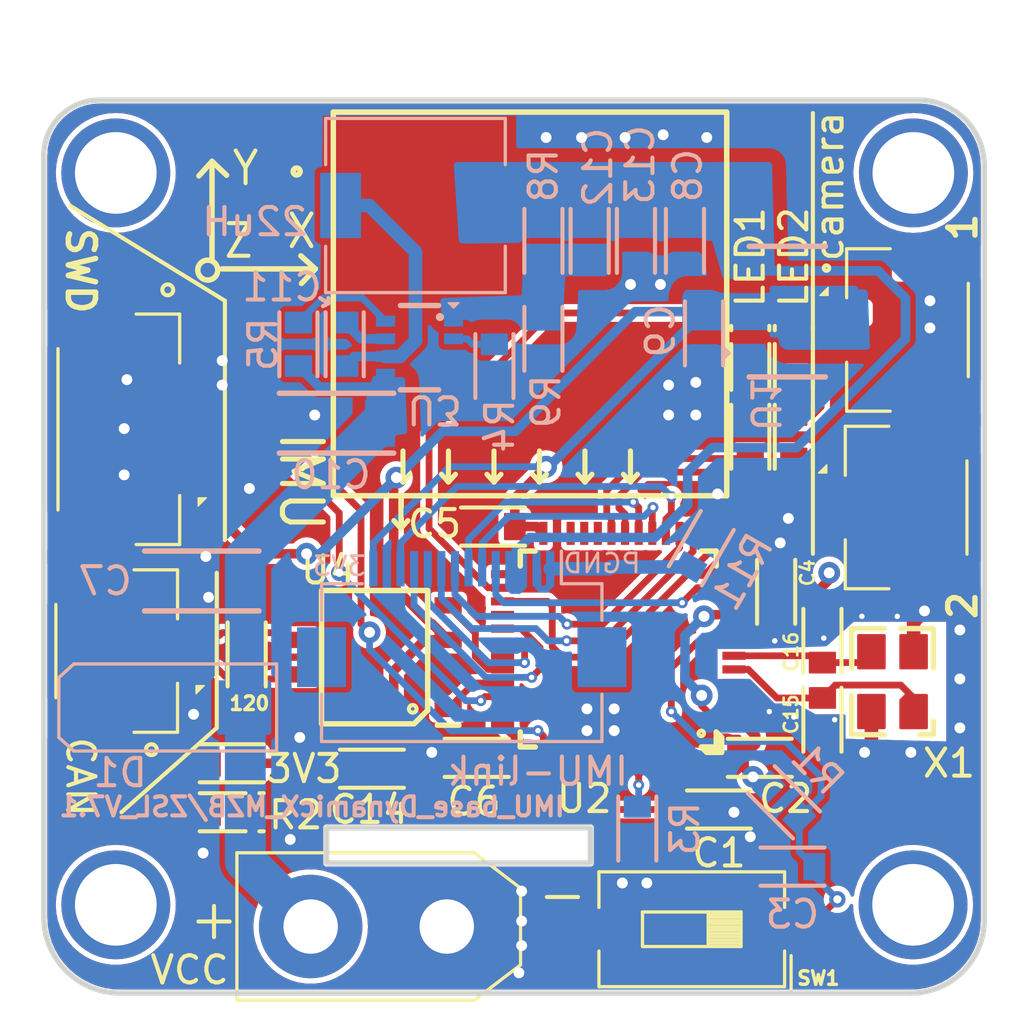
<source format=kicad_pcb>
(kicad_pcb (version 20211014) (generator pcbnew)
  (layers (0 "F.Cu" signal) (31 "B.Cu" signal) (34 "B.Paste" user) (35 "F.Paste" user) (36 "B.SilkS" user "B.Silkscreen") (37 "F.SilkS" user "F.Silkscreen") (38 "B.Mask" user) (39 "F.Mask" user) (44 "Edge.Cuts" user))
  (net 0 "")
  (net 1 "+3V3")
  (net 2 "GND")
  (net 3 "/RESET")
  (net 4 "+5V")
  (net 5 "+24V")
  (net 6 "Net-(C11-Pad1)")
  (net 7 "Net-(C11-Pad2)")
  (net 8 "Net-(C12-Pad1)")
  (net 9 "/XTAL0")
  (net 10 "/XTAL1")
  (net 11 "Net-(D2-Pad2)")
  (net 12 "Net-(D3-Pad2)")
  (net 13 "Net-(D4-Pad2)")
  (net 14 "/SWDIO")
  (net 15 "/SWCLK")
  (net 16 "Net-(J3-Pad1)")
  (net 17 "Net-(J4-Pad1)")
  (net 18 "GNDPWR")
  (net 19 "/TIM10_CH1")
  (net 20 "/SPI1_MISO")
  (net 21 "/SPI1_MOSI")
  (net 22 "/INT1_Gyro")
  (net 23 "/INT1_Acce1")
  (net 24 "/CS1_Gyro")
  (net 25 "/CS1_Acce1")
  (net 26 "/SPI1_CLK")
  (net 27 "/CAN_H")
  (net 28 "/CAN_L")
  (net 29 "/BOOT0")
  (net 30 "Net-(R4-Pad2)")
  (net 31 "Net-(R5-Pad2)")
  (net 32 "/LED1")
  (net 44 "/CAN0_RX")
  (net 45 "/CAN0_TX")
  (footprint "GENERAL_RCL_SMD:C0603(1608M)" (layer "F.Cu") (at 179.05 92.6 90)
    (fp_text reference "C15")
    (fp_text value "18pF")
  )
  (footprint "GENERAL_2-PIN_PLASTIC_SMD:LED0603(1608M)" (layer "F.Cu") (at 176.4 79.3 -90)
    (fp_text reference "LED2")
    (fp_text value "蓝灯")
  )
  (footprint "CONNECTOR_GH_SMD:GH1.25_V_2" (layer "F.Cu") (at 181.8 78.275 -90)
    (fp_text reference "J3" hide)
    (fp_text value "Conn_01x02")
  )
  (footprint "GENERAL_RCL_SMD:C0603(1608M)" (layer "F.Cu") (at 176.75 94)
    (fp_text reference "C2")
    (fp_text value "104")
  )
  (footprint "Button_Switch_SMD:SW_DIP_SPSTx01_Slide_6.7x4.1mm_W8.61mm_P2.54mm_LowProfile" (layer "F.Cu") (at 174.25 100.3 180)
    (fp_text reference "SW1")
    (fp_text value "SW_DIP_x01")
  )
  (footprint "GENERAL_RCL_SMD:R0603(1608M)" (layer "F.Cu") (at 176.4 82.2 -90)
    (fp_text reference "R7" hide)
    (fp_text value "1K")
  )
  (footprint "GENERAL_RCL_SMD:C0603(1608M)" (layer "F.Cu") (at 175.25 95.9)
    (fp_text reference "C1")
    (fp_text value "104")
  )
  (footprint "CONNECTOR_AMASS_THT:AMASS_XT30U-M_1x02_P5.0mm_Vertical" (layer "F.Cu") (at 165.25 100.2 180)
    (fp_text reference "VCC")
    (fp_text value "Conn_01x02")
  )
  (footprint "GENERAL_RCL_SMD:C0603(1608M)" (layer "F.Cu") (at 166.95 85.5 180)
    (fp_text reference "C5")
    (fp_text value "104")
  )
  (footprint "GENERAL_2-PIN_PLASTIC_SMD:LED0603(1608M)" (layer "F.Cu") (at 157.35 96 180)
    (fp_text reference "3V3")
    (fp_text value "红灯")
  )
  (footprint "GENERAL_XTAL_OSC_SMD:SMD-3225_4" (layer "F.Cu") (at 181.625 91.2 90)
    (fp_text reference "X1")
    (fp_text value "Xtal-4")
  )
  (footprint "GENERAL_RCL_SMD:R0603(1608M)" (layer "F.Cu") (at 157.9 90.2 -90)
    (fp_text reference "120")
    (fp_text value "120R")
  )
  (footprint "GENERAL_RCL_SMD:C0603(1608M)" (layer "F.Cu") (at 177.35 87.9 90)
    (fp_text reference "C4")
    (fp_text value "104")
  )
  (footprint "CONNECTOR_GH_SMD:GH1.25_V_2" (layer "F.Cu") (at 181.75 84.8 -90)
    (fp_text reference "J4" hide)
    (fp_text value "Conn_01x02")
  )
  (footprint "GENERAL_RCL_SMD:R0603(1608M)" (layer "F.Cu") (at 157.35 94.2)
    (fp_text reference "R2")
    (fp_text value "1K")
  )
  (footprint "CONNECTOR_GH_SMD:GH1.25_V_2" (layer "F.Cu") (at 153.5 90.075 90)
    (fp_text reference "J6" hide)
    (fp_text value "Conn_01x02")
  )
  (footprint "GENERAL_MIDDLE-SEMI_SMD:SOP-3949_8" (layer "F.Cu") (at 162.6 90.3 180)
    (fp_text reference "U4")
    (fp_text value "VP230")
  )
  (footprint "GENERAL_RCL_SMD:C0603(1608M)" (layer "F.Cu") (at 166.35 94 180)
    (fp_text reference "C6")
    (fp_text value "104")
  )
  (footprint "GENERAL_RCL_SMD:C0603(1608M)" (layer "F.Cu") (at 162.5 94.4)
    (fp_text reference "C14")
    (fp_text value "10nF")
  )
  (footprint "GENERAL_2-PIN_PLASTIC_SMD:LED0603(1608M)" (layer "F.Cu") (at 178 79.3 -90)
    (fp_text reference "LED1")
    (fp_text value "绿灯")
  )
  (footprint "GENERAL_RCL_SMD:R0603(1608M)" (layer "F.Cu") (at 178 82.2 -90)
    (fp_text reference "R6" hide)
    (fp_text value "1K")
  )
  (footprint "GENERAL_RCL_SMD:C0603(1608M)" (layer "F.Cu") (at 179.05 89.7 -90)
    (fp_text reference "C16")
    (fp_text value "18pF")
  )
  (footprint "GENERAL_MIDDLE-SEMI_SMD:QFP-7070_48" (layer "F.Cu") (at 171.55 90 180)
    (fp_text reference "U2")
    (fp_text value "STM32F103C8Tx")
  )
  (footprint "CONNECTOR_GH_SMD:GH1.25_V_4" (layer "F.Cu") (at 153.75 81.925 90)
    (fp_text reference "J1" hide)
    (fp_text value "Conn_01x04")
  )
  (footprint "GENERAL_RCL_SMD:C1206(3216M)" (layer "B.Cu") (at 156.25 87.5 180)
    (fp_text reference "C7")
    (fp_text value "22uF/1206/35V")
  )
  (footprint "GENERAL_RCL_SMD:R0603(1608M)" (layer "B.Cu") (at 174.6 86.29282 -120)
    (fp_text reference "R11")
    (fp_text value "0R")
  )
  (footprint "GENERAL_RCL_SMD:R0603(1608M)" (layer "B.Cu") (at 167 79.6 90)
    (fp_text reference "R4")
    (fp_text value "100k")
  )
  (footprint "GENERAL_RCL_SMD:C0603(1608M)" (layer "B.Cu") (at 177.95 98 180)
    (fp_text reference "C3")
    (fp_text value "104")
  )
  (footprint "GENERAL_RCL_SMD:C0603(1608M)" (layer "B.Cu") (at 174 75 90)
    (fp_text reference "C8")
    (fp_text value "10uF")
  )
  (footprint "GENERAL_RCL_SMD:R0603(1608M)" (layer "B.Cu") (at 172.25 96.6 -90)
    (fp_text reference "R3")
    (fp_text value "1K")
  )
  (footprint "GENERAL_RCL_SMD:R0603(1608M)" (layer "B.Cu") (at 168.8 78.6 90)
    (fp_text reference "R9")
    (fp_text value "20.5k")
  )
  (footprint "GENERAL_RCL_SMD:C0603(1608M)" (layer "B.Cu") (at 172.2 75 90)
    (fp_text reference "C13")
    (fp_text value "22uF")
  )
  (footprint "GENERAL_SMALL-SEMI_SMD:SOT-89" (layer "B.Cu") (at 178.3587 77.6 90)
    (fp_text reference "U1")
    (fp_text value "AMS1117")
  )
  (footprint "Connector_FFC-FPC:Hirose_FH12-14S-0.5SH_1x14-1MP_P0.50mm_Horizontal" (layer "B.Cu") (at 165.8 88.9 180)
    (fp_text reference "J5" hide)
    (fp_text value "Conn_01x14")
  )
  (footprint "GENERAL_RCL_SMD:C0603(1608M)" (layer "B.Cu") (at 170.5 75 90)
    (fp_text reference "C12")
    (fp_text value "10nF")
  )
  (footprint "GENERAL_RCL_SMD:R0603(1608M)" (layer "B.Cu") (at 168.8 75 -90)
    (fp_text reference "R8")
    (fp_text value "150k")
  )
  (footprint "MY:Suppresses_transient_diodes_IMU" (layer "B.Cu") (at 155 92.15 180)
    (fp_text reference "D1")
    (fp_text value "Diode_TVS_Bi")
  )
  (footprint "GENERAL_RCL_SMD:C0603(1608M)" (layer "B.Cu") (at 174.7 78.4 90)
    (fp_text reference "C9")
    (fp_text value "10uF")
  )
  (footprint "GENERAL_RCL_SMD:R0603(1608M)" (layer "B.Cu") (at 159.8 78.8 90)
    (fp_text reference "R5")
    (fp_text value "100k")
  )
  (footprint "GENERAL_RCL_SMD:C0603(1608M)" (layer "B.Cu") (at 161.5 78.8 -90)
    (fp_text reference "C11")
    (fp_text value "10nF")
  )
  (footprint "Inductor_SMD:L_6.3x6.3_H3" (layer "B.Cu") (at 164.1 73.7)
    (fp_text reference "22uH")
    (fp_text value "22uH")
  )
  (footprint "GENERAL_RCL_SMD:R0603(1608M)" (layer "B.Cu") (at 177.634315 95.634315 -45)
    (fp_text reference "R1")
    (fp_text value "1K")
  )
  (footprint "GENERAL_SMALL-SEMI_SMD:SOT-23-8" (layer "B.Cu") (at 164.25 78.925)
    (fp_text reference "U3")
    (fp_text value "SY8303")
  )
  (footprint "GENERAL_RCL_SMD:C1206(3216M)" (layer "B.Cu") (at 161.2 81.7)
    (fp_text reference "C10")
    (fp_text value "4.7uF/1206/35V")
  )
  (gr_line (start 160.9 77.3) (end 160.9 77.1) (layer "B.SilkS") (width 0.15))
  (gr_circle (center 165 77.8) (end 165 77.8) (layer "B.SilkS") (width 0.15) (fill none))
  (gr_line (start 160.7 77.4) (end 160.9 77.3) (layer "B.SilkS") (width 0.15))
  (gr_line (start 160.6 77.1) (end 160.9 77.3) (layer "B.SilkS") (width 0.15))
  (gr_circle (center 154.4 93.7) (end 154.4 93.9) (layer "F.SilkS") (width 0.15) (fill none))
  (gr_circle (center 174.6 93.1) (end 174.7 93.1) (layer "F.SilkS") (width 0.15) (fill none))
  (gr_line (start 156.8 87.2) (end 156.8 92.9) (layer "F.SilkS") (width 0.15))
  (gr_line (start 161.0818 70.266197) (end 175.5344 70.266197) (layer "F.SilkS") (width 0.2))
  (gr_arc (start 156.103799 76.074321) (mid 156.470123 75.707997) (end 156.836447 76.074321) (layer "F.SilkS") (width 0.2))
  (gr_line (start 178.7 78.125) (end 178.7 70.3) (layer "F.SilkS") (width 0.15))
  (gr_line (start 156.143598 72.61164) (end 156.626198 72.07824) (layer "F.SilkS") (width 0.2))
  (gr_line (start 157.1 77.2) (end 157.1 86) (layer "F.SilkS") (width 0.15))
  (gr_line (start 159.888122 75.547321) (end 160.421522 76.029921) (layer "F.SilkS") (width 0.2))
  (gr_arc (start 159.6086 72.450594) (mid 159.7356 72.323594) (end 159.8626 72.450594) (layer "F.SilkS") (width 0.2))
  (gr_line (start 161.0818 84.367733) (end 161.0818 70.266197) (layer "F.SilkS") (width 0.2))
  (gr_circle (center 164 92.2) (end 164.1 92.1) (layer "F.SilkS") (width 0.15) (fill none))
  (gr_line (start 159.913522 76.563319) (end 160.421522 76.029921) (layer "F.SilkS") (width 0.2))
  (gr_line (start 175.5344 84.367733) (end 175.5344 70.266197) (layer "F.SilkS") (width 0.2))
  (gr_arc (start 156.836447 76.074321) (mid 156.470123 76.440645) (end 156.103799 76.074321) (layer "F.SilkS") (width 0.2))
  (gr_circle (center 155 76.8) (end 155 77) (layer "F.SilkS") (width 0.15) (fill none))
  (gr_line (start 151.4 73.7) (end 157.1 77.2) (layer "F.SilkS") (width 0.15))
  (gr_arc (start 159.8626 72.450594) (mid 159.7356 72.577594) (end 159.6086 72.450594) (layer "F.SilkS") (width 0.2))
  (gr_line (start 156.626198 75.663597) (end 156.626198 72.07824) (layer "F.SilkS") (width 0.2))
  (gr_line (start 156.992522 76.029921) (end 160.421522 76.029921) (layer "F.SilkS") (width 0.2))
  (gr_line (start 156.8 92.9) (end 153.3 96) (layer "F.SilkS") (width 0.15))
  (gr_circle (center 179.2 76) (end 179.3 76) (layer "F.SilkS") (width 0.15) (fill none))
  (gr_line (start 156.626198 72.07824) (end 157.159596 72.58624) (layer "F.SilkS") (width 0.2))
  (gr_line (start 161.0818 84.367733) (end 175.5344 84.367733) (layer "F.SilkS") (width 0.2))
  (gr_line (start 178.7 86.5) (end 178.7 78.125) (layer "F.SilkS") (width 0.15))
  (gr_arc (start 184.994 99.9508) (mid 184.205414 101.854614) (end 182.3016 102.6432) (layer "Edge.Cuts") (width 0.2))
  (gr_arc (start 182.581 69.826397) (mid 184.287249 70.533148) (end 184.994 72.239397) (layer "Edge.Cuts") (width 0.2))
  (gr_line (start 150.45 99.9) (end 150.45 71.8584) (layer "Edge.Cuts") (width 0.2))
  (gr_line (start 184.994 99.9508) (end 184.994 72.239397) (layer "Edge.Cuts") (width 0.2))
  (gr_line (start 160.8386 96.5726) (end 160.8386 97.868) (layer "Edge.Cuts") (width 0.2))
  (gr_arc (start 150.45 71.8584) (mid 151.045158 70.421557) (end 152.482 69.826397) (layer "Edge.Cuts") (width 0.2))
  (gr_line (start 170.5287 97.868) (end 170.5287 96.5726) (layer "Edge.Cuts") (width 0.2))
  (gr_line (start 152.482 69.8264) (end 182.581 69.8264) (layer "Edge.Cuts") (width 0.2))
  (gr_line (start 170.5287 96.5726) (end 160.8386 96.5726) (layer "Edge.Cuts") (width 0.2))
  (gr_line (start 160.8386 97.868) (end 170.5287 97.868) (layer "Edge.Cuts") (width 0.2))
  (gr_arc (start 153.2948 102.643194) (mid 151.304266 101.860774) (end 150.45 99.9) (layer "Edge.Cuts") (width 0.2))
  (gr_line (start 153.2948 102.643197) (end 182.3016 102.6432) (layer "Edge.Cuts") (width 0.2))
  (gr_text "IMU_base_DynamicX_MZB/ZSL_V7.1" (at 160.3 95.8) (layer "B.SilkS") (effects (font (size 0.7 0.7)) (justify mirror)))
  (gr_text "PGND" (at 170.95 86.85) (layer "B.SilkS") (effects (font (size 0.7 0.7) (thickness 0.1)) (justify mirror)))
  (gr_text "3V3" (at 161.3 86.95) (layer "B.SilkS") (effects (font (size 0.7 0.7) (thickness 0.1)) (justify mirror)))
  (gr_text "IMU-link" (at 168.6 94.5) (layer "B.SilkS") (effects (font (size 1 1)) (justify mirror)))
  (gr_text "CAN" (at 151.8 94.7 270) (layer "F.SilkS") (effects (font (size 1 1))))
  (gr_text "↓" (at 162.6058 85.760197) (layer "F.SilkS") (effects (font (size 1.499999 1.349999) (thickness 0.187499)) (justify left bottom)))
  (gr_text "X" (at 159.3038 75.346197) (layer "F.SilkS") (effects (font (size 1.2 1.08)) (justify left bottom)))
  (gr_text "Z" (at 156.9924 75.701797) (layer "F.SilkS") (effects (font (size 1.2 1.08)) (justify left bottom)))
  (gr_text "SWD" (at 151.8 76.1 270) (layer "F.SilkS") (effects (font (size 1 1) (thickness 0.2))))
  (gr_text "camera" (at 179.3 73 90) (layer "F.SilkS") (effects (font (size 1 1))))
  (gr_text "IMU" (at 159.021522 81.929921 270) (layer "F.SilkS") (effects (font (size 1.499999 1.349999) (thickness 0.187499)) (justify left bottom)))
  (gr_text "↓↓↓↓↓↓" (at 162.682 84.058397) (layer "F.SilkS") (effects (font (size 1.499999 1.349999) (thickness 0.187499)) (justify left bottom)))
  (gr_text "Y" (at 157.29609 73.034797) (layer "F.SilkS") (effects (font (size 1.2 1.08)) (justify left bottom)))
  (gr_text "1" (at 184.2 74.5 90) (layer "F.SilkS") (effects (font (size 1 1) (thickness 0.2))))
  (gr_text "2" (at 184.2 88.4 90) (layer "F.SilkS") (effects (font (size 1 1) (thickness 0.2))))
  (segment (start 175.564491 83.5) (end 175.789011 83.72452) (width 0.25) (layer "F.Cu") (net 0))
  (segment (start 172.458228 83.5) (end 175.564491 83.5) (width 0.25) (layer "F.Cu") (net 0))
  (segment (start 171.8 85.041772) (end 171.575489 84.817261) (width 0.25) (layer "F.Cu") (net 0))
  (segment (start 171.8 85.75) (end 171.8 85.041772) (width 0.25) (layer "F.Cu") (net 0))
  (segment (start 177.27548 83.72452) (end 178 83) (width 0.25) (layer "F.Cu") (net 0))
  (segment (start 175.789011 83.72452) (end 177.27548 83.72452) (width 0.25) (layer "F.Cu") (net 0))
  (segment (start 171.575489 84.817261) (end 171.575489 84.382739) (width 0.25) (layer "F.Cu") (net 0))
  (segment (start 171.575489 84.382739) (end 172.458228 83.5) (width 0.25) (layer "F.Cu") (net 0))
  (via (at 153.0916 99.402603) (size 4) (drill 3) (layers "F.Cu" "B.Cu") (net 0))
  (via (at 182.3816 99.402603) (size 4) (drill 3) (layers "F.Cu" "B.Cu") (net 0))
  (via (at 182.3916 72.502603) (size 4) (drill 3) (layers "F.Cu" "B.Cu") (net 0))
  (via (at 153.0916 72.502603) (size 4) (drill 3) (layers "F.Cu" "B.Cu") (net 0))
  (segment (start 178.75 88) (end 178.05 88) (width 0.35) (layer "F.Cu") (net 1))
  (segment (start 179.3 87.45) (end 178.75 88) (width 0.35) (layer "F.Cu") (net 1))
  (segment (start 176.45 88.75) (end 176.6 88.9) (width 0.25) (layer "F.Cu") (net 1))
  (segment (start 175.8 88.75) (end 175.223158 88.75) (width 0.25) (layer "F.Cu") (net 1))
  (segment (start 160.493781 94.2) (end 163.3 91.393781) (width 0.35) (layer "F.Cu") (net 1))
  (segment (start 167.9 93.8) (end 167.9 93.35) (width 0.35) (layer "F.Cu") (net 1))
  (segment (start 167.75 85.5) (end 167.75 84.45) (width 0.35) (layer "F.Cu") (net 1))
  (segment (start 174.32452 94.22548) (end 174.32452 95.77452) (width 0.35) (layer "F.Cu") (net 1))
  (segment (start 168.77548 85.72548) (end 168.77548 85.75) (width 0.35) (layer "F.Cu") (net 1))
  (segment (start 175.8 88.75) (end 176.45 88.75) (width 0.25) (layer "F.Cu") (net 1))
  (segment (start 167.7 94) (end 167.9 93.8) (width 0.35) (layer "F.Cu") (net 1))
  (segment (start 167.75 84.45) (end 168.9 83.3) (width 0.35) (layer "F.Cu") (net 1))
  (segment (start 163.3 91.3) (end 163.3 94.4) (width 0.35) (layer "F.Cu") (net 1))
  (segment (start 163.3 91.3) (end 163.3 90.8) (width 0.35) (layer "F.Cu") (net 1))
  (segment (start 164.70452 89.06952) (end 164.662443 89.06952) (width 0.35) (layer "F.Cu") (net 1))
  (segment (start 176.1 94) (end 176.6 93.5) (width 0.35) (layer "F.Cu") (net 1))
  (segment (start 176.6 93.5) (end 176.6 93.2) (width 0.35) (layer "F.Cu") (net 1))
  (segment (start 165.3 89.665) (end 164.70452 89.06952) (width 0.35) (layer "F.Cu") (net 1))
  (segment (start 166.32548 94.82452) (end 167.15 94) (width 0.25) (layer "F.Cu") (net 1))
  (segment (start 167.75 85.5) (end 168.55 85.5) (width 0.35) (layer "F.Cu") (net 1))
  (segment (start 174.32452 95.77452) (end 174.45 95.9) (width 0.35) (layer "F.Cu") (net 1))
  (segment (start 179.3 87.2) (end 179.3 87.45) (width 0.35) (layer "F.Cu") (net 1))
  (segment (start 164.662443 89.06952) (end 163.3 87.707077) (width 0.35) (layer "F.Cu") (net 1))
  (segment (start 167.15 94) (end 167.7 94) (width 0.35) (layer "F.Cu") (net 1))
  (segment (start 164.435 89.665) (end 165.3 89.665) (width 0.35) (layer "F.Cu") (net 1))
  (segment (start 174.7 88.8) (end 174.759511 88.740489) (width 0.35) (layer "F.Cu") (net 1))
  (segment (start 176.6 88.9) (end 177.15 88.9) (width 0.25) (layer "F.Cu") (net 1))
  (segment (start 163.3 90.8) (end 164.435 89.665) (width 0.35) (layer "F.Cu") (net 1))
  (segment (start 163.3 91.393781) (end 163.3 91.3) (width 0.35) (layer "F.Cu") (net 1))
  (segment (start 158.228 86.5) (end 160.2 86.5) (width 0.35) (layer "F.Cu") (net 1))
  (segment (start 167.32452 92.77452) (end 167.3 92.77452) (width 0.35) (layer "F.Cu") (net 1))
  (segment (start 167.9 93.35) (end 167.32452 92.77452) (width 0.35) (layer "F.Cu") (net 1))
  (segment (start 176.17452 92.77452) (end 175.8 92.77452) (width 0.35) (layer "F.Cu") (net 1))
  (segment (start 175.274847 92.75) (end 175.8 92.75) (width 0.25) (layer "F.Cu") (net 1))
  (segment (start 176.5 94.7) (end 175.95 94.15) (width 0.35) (layer "F.Cu") (net 1))
  (segment (start 167.15 94) (end 169.05 95.9) (width 0.25) (layer "F.Cu") (net 1))
  (segment (start 174.614068 91.708441) (end 174.614068 92.089221) (width 0.25) (layer "F.Cu") (net 1))
  (segment (start 163.3 87.707077) (end 163.3 83.8) (width 0.35) (layer "F.Cu") (net 1))
  (segment (start 175.95 94.4) (end 174.45 95.9) (width 0.35) (layer "F.Cu") (net 1))
  (segment (start 175.223158 88.75) (end 175.213647 88.740489) (width 0.25) (layer "F.Cu") (net 1))
  (segment (start 174.614068 92.089221) (end 175.274847 92.75) (width 0.25) (layer "F.Cu") (net 1))
  (segment (start 163.3 94.4) (end 163.72452 94.82452) (width 0.25) (layer "F.Cu") (net 1))
  (segment (start 158.15 94.2) (end 160.493781 94.2) (width 0.35) (layer "F.Cu") (net 1))
  (segment (start 168.55 85.5) (end 168.77548 85.72548) (width 0.35) (layer "F.Cu") (net 1))
  (segment (start 175.95 94.15) (end 175.95 94) (width 0.35) (layer "F.Cu") (net 1))
  (segment (start 163.72452 94.82452) (end 166.32548 94.82452) (width 0.25) (layer "F.Cu") (net 1))
  (segment (start 176.6 93.2) (end 176.17452 92.77452) (width 0.35) (layer "F.Cu") (net 1))
  (segment (start 174.759511 88.740489) (end 175.213647 88.740489) (width 0.35) (layer "F.Cu") (net 1))
  (segment (start 178.05 88) (end 177.35 88.7) (width 0.35) (layer "F.Cu") (net 1))
  (segment (start 169.05 95.9) (end 174.45 95.9) (width 0.25) (layer "F.Cu") (net 1))
  (segment (start 175.95 94) (end 175.95 94.4) (width 0.35) (layer "F.Cu") (net 1))
  (segment (start 155.528 83.8) (end 158.228 86.5) (width 0.35) (layer "F.Cu") (net 1))
  (segment (start 177.15 88.9) (end 177.35 88.7) (width 0.25) (layer "F.Cu") (net 1))
  (segment (start 175.95 94) (end 176.1 94) (width 0.35) (layer "F.Cu") (net 1))
  (via (at 168.9 83.3) (size 0.8) (drill 0.4) (layers "F.Cu" "B.Cu") (net 1))
  (via (at 174.7 88.8) (size 0.8) (drill 0.4) (layers "F.Cu" "B.Cu") (net 1))
  (via (at 176.5 94.7) (size 0.8) (drill 0.4) (layers "F.Cu" "B.Cu") (net 1))
  (via (at 174.614068 91.708441) (size 0.8) (drill 0.4) (layers "F.Cu" "B.Cu") (net 1))
  (via (at 179.3 87.2) (size 0.8) (drill 0.4) (layers "F.Cu" "B.Cu") (net 1))
  (via (at 160.1 86.5) (size 0.8) (drill 0.4) (layers "F.Cu" "B.Cu") (net 1))
  (via (at 163.4 83.7) (size 0.8) (drill 0.4) (layers "F.Cu" "B.Cu") (net 1))
  (segment (start 174.7 77.6) (end 172.169022 77.6) (width 0.35) (layer "B.Cu") (net 1))
  (segment (start 160.6 86.5) (end 160.1 86.5) (width 0.35) (layer "B.Cu") (net 1))
  (segment (start 174.7 77.6) (end 169 83.3) (width 0.35) (layer "B.Cu") (net 1))
  (segment (start 162.55 86.100978) (end 165.350978 83.3) (width 0.25) (layer "B.Cu") (net 1))
  (segment (start 163.4 83.7) (end 160.6 86.5) (width 0.35) (layer "B.Cu") (net 1))
  (segment (start 165.350978 83.3) (end 168.9 83.3) (width 0.25) (layer "B.Cu") (net 1))
  (segment (start 174 89.5) (end 174 91.094373) (width 0.35) (layer "B.Cu") (net 1))
  (segment (start 169 83.3) (end 168.9 83.3) (width 0.35) (layer "B.Cu") (net 1))
  (segment (start 172.169022 77.6) (end 167.769022 82) (width 0.35) (layer "B.Cu") (net 1))
  (segment (start 174 91.094373) (end 174.614068 91.708441) (width 0.35) (layer "B.Cu") (net 1))
  (segment (start 162.55 87.05) (end 162.55 86.100978) (width 0.25) (layer "B.Cu") (net 1))
  (segment (start 165.1 82) (end 163.4 83.7) (width 0.35) (layer "B.Cu") (net 1))
  (segment (start 167.769022 82) (end 165.1 82) (width 0.35) (layer "B.Cu") (net 1))
  (segment (start 174.7 88.8) (end 174 89.5) (width 0.35) (layer "B.Cu") (net 1))
  (segment (start 176.350633 89.27548) (end 176.775153 89.7) (width 0.25) (layer "F.Cu") (net 2))
  (segment (start 175.8 89.25) (end 175.82548 89.27548) (width 0.25) (layer "F.Cu") (net 2))
  (segment (start 182.4 89) (end 182.8 88.6) (width 0.5) (layer "F.Cu") (net 2))
  (segment (start 175.82548 89.27548) (end 176.350633 89.27548) (width 0.25) (layer "F.Cu") (net 2))
  (segment (start 180.85 92.3) (end 180.85 93.55) (width 0.5) (layer "F.Cu") (net 2))
  (segment (start 180.85 93.55) (end 180.6 93.8) (width 0.5) (layer "F.Cu") (net 2))
  (segment (start 182.4 90.1) (end 182.4 89) (width 0.5) (layer "F.Cu") (net 2))
  (segment (start 176.775153 89.7) (end 177.3 89.7) (width 0.25) (layer "F.Cu") (net 2))
  (via (at 173.2 71.1) (size 0.8) (drill 0.4) (layers "F.Cu" "B.Cu") (net 2))
  (via (at 180.5 88.8) (size 0.4) (drill 0.2) (layers "F.Cu" "B.Cu") (net 2))
  (via (at 156.3 97.5) (size 0.8) (drill 0.4) (layers "F.Cu" "B.Cu") (net 2))
  (via (at 182.3 93.8) (size 0.8) (drill 0.4) (layers "F.Cu" "B.Cu") (net 2))
  (via (at 182.8 88.6) (size 0.8) (drill 0.4) (layers "F.Cu" "B.Cu") (net 2))
  (via (at 160.4 81.4) (size 0.8) (drill 0.4) (layers "F.Cu" "B.Cu") (net 2))
  (via (at 173.1 76.6) (size 0.8) (drill 0.4) (layers "F.Cu" "B.Cu") (net 2))
  (via (at 177.5 86.1) (size 0.8) (drill 0.4) (layers "F.Cu" "B.Cu") (net 2))
  (via (at 177.1 92.3) (size 0.4) (drill 0.2) (layers "F.Cu" "B.Cu") (net 2))
  (via (at 153.4 81.9) (size 0.8) (drill 0.4) (layers "F.Cu" "B.Cu") (net 2))
  (via (at 159.5 97) (size 0.8) (drill 0.4) (layers "F.Cu" "B.Cu") (net 2))
  (via (at 153.4 83.6) (size 0.8) (drill 0.4) (layers "F.Cu" "B.Cu") (net 2))
  (via (at 172.6 98.6) (size 0.8) (drill 0.4) (layers "F.Cu" "B.Cu") (net 2))
  (via (at 180.6 93.8) (size 0.8) (drill 0.4) (layers "F.Cu" "B.Cu") (net 2))
  (via (at 159.85 93.25) (size 0.8) (drill 0.4) (layers "F.Cu" "B.Cu") (net 2))
  (via (at 174.4 80.2) (size 0.8) (drill 0.4) (layers "F.Cu" "B.Cu") (net 2))
  (via (at 168 100.9) (size 0.8) (drill 0.4) (layers "F.Cu" "B.Cu") (net 2))
  (via (at 175.8 96) (size 0.8) (drill 0.4) (layers "F.Cu" "B.Cu") (net 2))
  (via (at 153.5 80.1) (size 0.8) (drill 0.4) (layers "F.Cu" "B.Cu") (net 2))
  (via (at 179.1 89.6) (size 0.4) (drill 0.2) (layers "F.Cu" "B.Cu") (net 2))
  (via (at 174.4 81.4) (size 0.8) (drill 0.4) (layers "F.Cu" "B.Cu") (net 2))
  (via (at 157 79.4) (size 0.8) (drill 0.4) (layers "F.Cu" "B.Cu") (net 2))
  (via (at 181.8 88.8) (size 0.4) (drill 0.2) (layers "F.Cu" "B.Cu") (net 2))
  (via (at 171.4 93) (size 0.8) (drill 0.4) (layers "F.Cu" "B.Cu") (net 2))
  (via (at 179.5 92.6) (size 0.4) (drill 0.2) (layers "F.Cu" "B.Cu") (net 2))
  (via (at 156.5 88.1) (size 0.8) (drill 0.4) (layers "F.Cu" "B.Cu") (net 2))
  (via (at 174.8 71.2) (size 0.8) (drill 0.4) (layers "F.Cu" "B.Cu") (net 2))
  (via (at 170.2 71.2) (size 0.8) (drill 0.4) (layers "F.Cu" "B.Cu") (net 2))
  (via (at 173.4 81.4) (size 0.8) (drill 0.4) (layers "F.Cu" "B.Cu") (net 2))
  (via (at 168 98.9) (size 0.8) (drill 0.4) (layers "F.Cu" "B.Cu") (net 2))
  (via (at 184.1 92.9) (size 0.8) (drill 0.4) (layers "F.Cu" "B.Cu") (net 2))
  (via (at 184.1 89.3) (size 0.8) (drill 0.4) (layers "F.Cu" "B.Cu") (net 2))
  (via (at 175.2 84.3) (size 0.8) (drill 0.4) (layers "F.Cu" "B.Cu") (net 2))
  (via (at 177.8 85.2) (size 0.8) (drill 0.4) (layers "F.Cu" "B.Cu") (net 2))
  (via (at 171.8 71.2) (size 0.8) (drill 0.4) (layers "F.Cu" "B.Cu") (net 2))
  (via (at 156.4 86.6) (size 0.8) (drill 0.4) (layers "F.Cu" "B.Cu") (net 2))
  (via (at 167.9 101.9) (size 0.8) (drill 0.4) (layers "F.Cu" "B.Cu") (net 2))
  (via (at 177.3 89.7) (size 0.4) (drill 0.2) (layers "F.Cu" "B.Cu") (net 2))
  (via (at 178 92.5) (size 0.4) (drill 0.2) (layers "F.Cu" "B.Cu") (net 2))
  (via (at 172 76.6) (size 0.8) (drill 0.4) (layers "F.Cu" "B.Cu") (net 2))
  (via (at 170.4 92.2) (size 0.8) (drill 0.4) (layers "F.Cu" "B.Cu") (net 2))
  (via (at 184.1 91.1) (size 0.8) (drill 0.4) (layers "F.Cu" "B.Cu") (net 2))
  (via (at 170.4 93) (size 0.8) (drill 0.4) (layers "F.Cu" "B.Cu") (net 2))
  (via (at 183 77.2) (size 0.8) (drill 0.4) (layers "F.Cu" "B.Cu") (net 2))
  (via (at 171.7 98.6) (size 0.8) (drill 0.4) (layers "F.Cu" "B.Cu") (net 2))
  (via (at 168 100) (size 0.8) (drill 0.4) (layers "F.Cu" "B.Cu") (net 2))
  (via (at 158 84.1) (size 0.8) (drill 0.4) (layers "F.Cu" "B.Cu") (net 2))
  (via (at 171.4 92.2) (size 0.8) (drill 0.4) (layers "F.Cu" "B.Cu") (net 2))
  (via (at 173.4 80.3) (size 0.8) (drill 0.4) (layers "F.Cu" "B.Cu") (net 2))
  (via (at 155.95 92.4) (size 0.8) (drill 0.4) (layers "F.Cu" "B.Cu") (net 2))
  (via (at 168.9 71.2) (size 0.8) (drill 0.4) (layers "F.Cu" "B.Cu") (net 2))
  (via (at 164.7 93.8) (size 0.8) (drill 0.4) (layers "F.Cu" "B.Cu") (net 2))
  (via (at 157 80.3) (size 0.8) (drill 0.4) (layers "F.Cu" "B.Cu") (net 2))
  (via (at 183 78.2) (size 0.8) (drill 0.4) (layers "F.Cu" "B.Cu") (net 2))
  (via (at 176.4 96.9) (size 0.8) (drill 0.4) (layers "F.Cu" "B.Cu") (net 2))
  (segment (start 178.555 100.3) (end 178.555 100.245) (width 0.25) (layer "F.Cu") (net 3))
  (segment (start 174.45 89.75) (end 175.8 89.75) (width 0.25) (layer "F.Cu") (net 3))
  (segment (start 178.555 100.245) (end 179.6 99.2) (width 0.25) (layer "F.Cu") (net 3))
  (segment (start 173.5 90.7) (end 174.45 89.75) (width 0.25) (layer "F.Cu") (net 3))
  (segment (start 173.5 92.3) (end 173.5 90.7) (width 0.25) (layer "F.Cu") (net 3))
  (via (at 179.6 99.2) (size 0.6) (drill 0.3) (layers "F.Cu" "B.Cu") (net 3))
  (via (at 173.5 92.3) (size 0.4) (drill 0.2) (layers "F.Cu" "B.Cu") (net 3))
  (segment (start 178.75 98.35) (end 179.6 99.2) (width 0.25) (layer "B.Cu") (net 3))
  (segment (start 179 95.4) (end 178.2 96.2) (width 0.25) (layer "B.Cu") (net 3))
  (segment (start 178.75 98) (end 178.75 98.35) (width 0.25) (layer "B.Cu") (net 3))
  (segment (start 178.2 97.45) (end 178.75 98) (width 0.25) (layer "B.Cu") (net 3))
  (segment (start 177.7 93.4) (end 179 94.7) (width 0.25) (layer "B.Cu") (net 3))
  (segment (start 178.2 96.2) (end 178.2 97.45) (width 0.25) (layer "B.Cu") (net 3))
  (segment (start 173.5 92.3) (end 174.6 93.4) (width 0.25) (layer "B.Cu") (net 3))
  (segment (start 179 94.7) (end 179 95.4) (width 0.25) (layer "B.Cu") (net 3))
  (segment (start 174.6 93.4) (end 177.7 93.4) (width 0.25) (layer "B.Cu") (net 3))
  (segment (start 167.524511 87.724511) (end 167.65048 87.85048) (width 0.25) (layer "B.Cu") (net 4))
  (segment (start 167.524511 87.075489) (end 167.524511 87.724511) (width 0.25) (layer "B.Cu") (net 4))
  (segment (start 175 82.6) (end 174.1 83.5) (width 0.35) (layer "B.Cu") (net 4))
  (segment (start 181.1 76.1) (end 182.1 77.1) (width 0.35) (layer "B.Cu") (net 4))
  (segment (start 176.3587 76.1) (end 181.1 76.1) (width 0.35) (layer "B.Cu") (net 4))
  (segment (start 174.1 83.5) (end 174.1 84.7) (width 0.35) (layer "B.Cu") (net 4))
  (segment (start 167.8 86.4) (end 167.8 87.7) (width 0.25) (layer "B.Cu") (net 4))
  (segment (start 182.1 77.1) (end 182.1 78.6) (width 0.35) (layer "B.Cu") (net 4))
  (segment (start 178.1 82.6) (end 175 82.6) (width 0.35) (layer "B.Cu") (net 4))
  (segment (start 172.9 85.9) (end 168.3 85.9) (width 0.35) (layer "B.Cu") (net 4))
  (segment (start 167.55 87.05) (end 167.524511 87.075489) (width 0.25) (layer "B.Cu") (net 4))
  (segment (start 168.3 85.9) (end 167.8 86.4) (width 0.35) (layer "B.Cu") (net 4))
  (segment (start 168.05 87.70048) (end 168.05 87.05) (width 0.25) (layer "B.Cu") (net 4))
  (segment (start 174.1 84.7) (end 172.9 85.9) (width 0.35) (layer "B.Cu") (net 4))
  (segment (start 167.65048 87.85048) (end 167.9 87.85048) (width 0.25) (layer "B.Cu") (net 4))
  (segment (start 167.9 87.85048) (end 168.05 87.70048) (width 0.25) (layer "B.Cu") (net 4))
  (segment (start 182.1 78.6) (end 178.1 82.6) (width 0.35) (layer "B.Cu") (net 4))
  (segment (start 160.57452 80.37452) (end 159.8 79.6) (width 0.35) (layer "B.Cu") (net 5))
  (segment (start 157.85 86.65) (end 157.85 87.5) (width 1.5) (layer "B.Cu") (net 5))
  (segment (start 162.52548 80.37452) (end 160.57452 80.37452) (width 0.35) (layer "B.Cu") (net 5))
  (segment (start 163 79.9) (end 162.52548 80.37452) (width 0.35) (layer "B.Cu") (net 5))
  (segment (start 157.85 91.3) (end 157.85 97.8) (width 1.5) (layer "B.Cu") (net 5))
  (segment (start 157.85 97.8) (end 160.25 100.2) (width 1.5) (layer "B.Cu") (net 5))
  (segment (start 162.8 81.7) (end 157.85 86.65) (width 1.5) (layer "B.Cu") (net 5))
  (segment (start 157.85 87.5) (end 157.85 91.3) (width 1.5) (layer "B.Cu") (net 5))
  (segment (start 163 78.6) (end 162.1 78.6) (width 0.35) (layer "B.Cu") (net 6))
  (segment (start 162.1 78.6) (end 161.5 78) (width 0.35) (layer "B.Cu") (net 6))
  (segment (start 162.4 73.7) (end 164.1 75.4) (width 0.5) (layer "B.Cu") (net 7))
  (segment (start 161.5 79.6) (end 161.85 79.25) (width 0.35) (layer "B.Cu") (net 7))
  (segment (start 161.85 79.25) (end 163 79.25) (width 0.35) (layer "B.Cu") (net 7))
  (segment (start 161.35 73.7) (end 162.4 73.7) (width 0.5) (layer "B.Cu") (net 7))
  (segment (start 163.524001 79.25) (end 163 79.25) (width 0.5) (layer "B.Cu") (net 7))
  (segment (start 164.1 75.4) (end 164.1 78.674001) (width 0.5) (layer "B.Cu") (net 7))
  (segment (start 164.1 78.674001) (end 163.524001 79.25) (width 0.5) (layer "B.Cu") (net 7))
  (segment (start 175.8 90.75) (end 176.325153 90.75) (width 0.25) (layer "F.Cu") (net 9))
  (segment (start 179.05 91.8) (end 179.52452 91.32548) (width 0.25) (layer "F.Cu") (net 9))
  (segment (start 181.92548 91.32548) (end 182.4 91.8) (width 0.25) (layer "F.Cu") (net 9))
  (segment (start 179.52452 91.32548) (end 181.92548 91.32548) (width 0.25) (layer "F.Cu") (net 9))
  (segment (start 182.4 91.8) (end 182.4 92.3) (width 0.25) (layer "F.Cu") (net 9))
  (segment (start 176.325153 90.75) (end 177.375153 91.8) (width 0.25) (layer "F.Cu") (net 9))
  (segment (start 177.375153 91.8) (end 179.05 91.8) (width 0.25) (layer "F.Cu") (net 9))
  (segment (start 178.8 90.25) (end 179.05 90.5) (width 0.25) (layer "F.Cu") (net 10))
  (segment (start 180.45 90.5) (end 180.85 90.1) (width 0.25) (layer "F.Cu") (net 10))
  (segment (start 179.05 90.5) (end 180.45 90.5) (width 0.25) (layer "F.Cu") (net 10))
  (segment (start 175.8 90.25) (end 178.8 90.25) (width 0.25) (layer "F.Cu") (net 10))
  (segment (start 155.6 95.3) (end 156.3 96) (width 0.25) (layer "F.Cu") (net 11))
  (segment (start 156.3 96) (end 156.55 96) (width 0.25) (layer "F.Cu") (net 11))
  (segment (start 156.1 94.2) (end 155.6 94.7) (width 0.25) (layer "F.Cu") (net 11))
  (segment (start 156.55 94.2) (end 156.1 94.2) (width 0.25) (layer "F.Cu") (net 11))
  (segment (start 155.6 94.7) (end 155.6 95.3) (width 0.25) (layer "F.Cu") (net 11))
  (segment (start 179 81.1) (end 178.7 81.4) (width 0.25) (layer "F.Cu") (net 12))
  (segment (start 178.7 80.1) (end 178 80.1) (width 0.25) (layer "F.Cu") (net 12))
  (segment (start 178.7 81.4) (end 178 81.4) (width 0.25) (layer "F.Cu") (net 12))
  (segment (start 178.7 80.1) (end 179 80.4) (width 0.25) (layer "F.Cu") (net 12))
  (segment (start 179 80.4) (end 179 81.1) (width 0.25) (layer "F.Cu") (net 12))
  (segment (start 175.6 80.1) (end 176.4 80.1) (width 0.25) (layer "F.Cu") (net 13))
  (segment (start 175.5 81.2) (end 175.5 80.2) (width 0.25) (layer "F.Cu") (net 13))
  (segment (start 176.4 81.4) (end 175.7 81.4) (width 0.25) (layer "F.Cu") (net 13))
  (segment (start 175.7 81.4) (end 175.5 81.2) (width 0.25) (layer "F.Cu") (net 13))
  (segment (start 175.5 80.2) (end 175.6 80.1) (width 0.25) (layer "F.Cu") (net 13))
  (segment (start 158.85 82.55) (end 155.528 82.55) (width 0.25) (layer "F.Cu") (net 14))
  (segment (start 161.3 85) (end 158.85 82.55) (width 0.25) (layer "F.Cu") (net 14))
  (segment (start 166.65 91.75) (end 167.3 91.75) (width 0.25) (layer "F.Cu") (net 14))
  (segment (start 161.3 87.2) (end 161.3 85) (width 0.25) (layer "F.Cu") (net 14))
  (segment (start 166.5 91.9) (end 166.65 91.75) (width 0.25) (layer "F.Cu") (net 14))
  (via (at 166.5 91.9) (size 0.4) (drill 0.2) (layers "F.Cu" "B.Cu") (net 14))
  (via (at 161.3 87.2) (size 0.6) (drill 0.3) (layers "F.Cu" "B.Cu") (net 14))
  (segment (start 166.5 91.9) (end 165.950978 91.9) (width 0.25) (layer "B.Cu") (net 14))
  (segment (start 165.950978 91.9) (end 161.3 87.249022) (width 0.25) (layer "B.Cu") (net 14))
  (segment (start 168.8 93.2) (end 168.6 93) (width 0.25) (layer "F.Cu") (net 15))
  (segment (start 155.528 81.3) (end 158.483193 81.3) (width 0.25) (layer "F.Cu") (net 15))
  (segment (start 168.8 94.25) (end 168.8 93.2) (width 0.25) (layer "F.Cu") (net 15))
  (segment (start 162.1 89.073622) (end 162.413189 89.386811) (width 0.25) (layer "F.Cu") (net 15))
  (segment (start 162.1 84.916807) (end 162.1 89.073622) (width 0.25) (layer "F.Cu") (net 15))
  (segment (start 158.483193 81.3) (end 162.1 84.916807) (width 0.25) (layer "F.Cu") (net 15))
  (via (at 162.413189 89.386811) (size 0.8) (drill 0.4) (layers "F.Cu" "B.Cu") (net 15))
  (via (at 168.6 93) (size 0.4) (drill 0.2) (layers "F.Cu" "B.Cu") (net 15))
  (segment (start 165.4 93) (end 168.6 93) (width 0.25) (layer "B.Cu") (net 15))
  (segment (start 162.413189 89.386811) (end 162.413189 90.013189) (width 0.25) (layer "B.Cu") (net 15))
  (segment (start 162.413189 90.013189) (end 165.4 93) (width 0.25) (layer "B.Cu") (net 15))
  (segment (start 164.6 82.1) (end 164.6 85.575153) (width 0.25) (layer "F.Cu") (net 16))
  (segment (start 164.6 85.575153) (end 166.774847 87.75) (width 0.25) (layer "F.Cu") (net 16))
  (segment (start 169.05 77.65) (end 164.6 82.1) (width 0.25) (layer "F.Cu") (net 16))
  (segment (start 166.774847 87.75) (end 167.3 87.75) (width 0.25) (layer "F.Cu") (net 16))
  (segment (start 179.85 77.65) (end 169.05 77.65) (width 0.25) (layer "F.Cu") (net 16))
  (segment (start 171.046588 90.3) (end 169.508726 90.3) (width 0.25) (layer "F.Cu") (net 17))
  (segment (start 177.171588 84.175) (end 171.046588 90.3) (width 0.25) (layer "F.Cu") (net 17))
  (segment (start 169.125987 89.917261) (end 169.125987 88.425987) (width 0.25) (layer "F.Cu") (net 17))
  (segment (start 169.508726 90.3) (end 169.125987 89.917261) (width 0.25) (layer "F.Cu") (net 17))
  (segment (start 168.95 88.25) (end 167.3 88.25) (width 0.25) (layer "F.Cu") (net 17))
  (segment (start 169.125987 88.425987) (end 168.95 88.25) (width 0.25) (layer "F.Cu") (net 17))
  (segment (start 179.8 84.175) (end 177.171588 84.175) (width 0.25) (layer "F.Cu") (net 17))
  (segment (start 168.6 87.7) (end 168.7 87.8) (width 0.25) (layer "B.Cu") (net 18))
  (segment (start 169.05 87.65) (end 169.05 87.05) (width 0.25) (layer "B.Cu") (net 18))
  (segment (start 168.9 87.8) (end 169.05 87.65) (width 0.25) (layer "B.Cu") (net 18))
  (segment (start 168.7 87.8) (end 168.9 87.8) (width 0.25) (layer "B.Cu") (net 18))
  (segment (start 171.28564 86.98564) (end 171.22128 87.05) (width 0.5) (layer "B.Cu") (net 18))
  (segment (start 168.55 87.05) (end 168.6 87.1) (width 0.25) (layer "B.Cu") (net 18))
  (segment (start 171.22128 87.05) (end 169.05 87.05) (width 0.5) (layer "B.Cu") (net 18))
  (segment (start 168.6 87.1) (end 168.6 87.7) (width 0.25) (layer "B.Cu") (net 18))
  (segment (start 174.2 86.98564) (end 171.28564 86.98564) (width 0.5) (layer "B.Cu") (net 18))
  (segment (start 173.9 88.3) (end 174.45 87.75) (width 0.25) (layer "F.Cu") (net 19))
  (segment (start 174.45 87.75) (end 175.8 87.75) (width 0.25) (layer "F.Cu") (net 19))
  (via (at 173.9 88.3) (size 0.4) (drill 0.2) (layers "F.Cu" "B.Cu") (net 19))
  (segment (start 173.9 88.3) (end 167.350978 88.3) (width 0.25) (layer "B.Cu") (net 19))
  (segment (start 167.05 87.999022) (end 167.05 87.05) (width 0.25) (layer "B.Cu") (net 19))
  (segment (start 167.350978 88.3) (end 167.05 87.999022) (width 0.25) (layer "B.Cu") (net 19))
  (segment (start 172.8 85.75) (end 172.8 84.8245) (width 0.25) (layer "F.Cu") (net 20))
  (segment (start 172.8 84.8245) (end 172.8245 84.8) (width 0.25) (layer "F.Cu") (net 20))
  (via (at 172.8245 84.8) (size 0.4) (drill 0.2) (layers "F.Cu" "B.Cu") (net 20))
  (segment (start 166.55 86.100978) (end 167.526467 85.124511) (width 0.25) (layer "B.Cu") (net 20))
  (segment (start 167.526467 85.124511) (end 172.499989 85.124511) (width 0.25) (layer "B.Cu") (net 20))
  (segment (start 166.55 87.05) (end 166.55 86.100978) (width 0.25) (layer "B.Cu") (net 20))
  (segment (start 172.499989 85.124511) (end 172.8245 84.8) (width 0.25) (layer "B.Cu") (net 20))
  (segment (start 172.3 84.8) (end 172.3 85.75) (width 0.25) (layer "F.Cu") (net 21))
  (segment (start 172.1 84.6) (end 172.3 84.8) (width 0.25) (layer "F.Cu") (net 21))
  (via (at 172.1 84.6) (size 0.4) (drill 0.2) (layers "F.Cu" "B.Cu") (net 21))
  (segment (start 166.05 85.96526) (end 166.05 87.05) (width 0.25) (layer "B.Cu") (net 21))
  (segment (start 172.1 84.6) (end 167.41526 84.6) (width 0.25) (layer "B.Cu") (net 21))
  (segment (start 167.41526 84.6) (end 166.05 85.96526) (width 0.25) (layer "B.Cu") (net 21))
  (segment (start 173.8 86.275153) (end 173.8 85.75) (width 0.25) (layer "F.Cu") (net 22))
  (segment (start 169.666451 89.088234) (end 170.986919 89.088234) (width 0.25) (layer "F.Cu") (net 22))
  (segment (start 170.986919 89.088234) (end 173.8 86.275153) (width 0.25) (layer "F.Cu") (net 22))
  (via (at 169.666451 89.088234) (size 0.4) (drill 0.2) (layers "F.Cu" "B.Cu") (net 22))
  (segment (start 169.376903 88.798686) (end 166.349664 88.798686) (width 0.25) (layer "B.Cu") (net 22))
  (segment (start 169.666451 89.088234) (end 169.376903 88.798686) (width 0.25) (layer "B.Cu") (net 22))
  (segment (start 165.55 87.999022) (end 165.55 87.05) (width 0.25) (layer "B.Cu") (net 22))
  (segment (start 166.349664 88.798686) (end 165.55 87.999022) (width 0.25) (layer "B.Cu") (net 22))
  (segment (start 171.010871 89.7) (end 174.3 86.410871) (width 0.25) (layer "F.Cu") (net 23))
  (segment (start 169.650498 89.7) (end 171.010871 89.7) (width 0.25) (layer "F.Cu") (net 23))
  (segment (start 174.3 86.410871) (end 174.3 85.75) (width 0.25) (layer "F.Cu") (net 23))
  (via (at 169.650498 89.7) (size 0.4) (drill 0.2) (layers "F.Cu" "B.Cu") (net 23))
  (segment (start 168.975155 89.7) (end 168.523361 89.248206) (width 0.25) (layer "B.Cu") (net 23))
  (segment (start 166.163466 89.248206) (end 165.05 88.13474) (width 0.25) (layer "B.Cu") (net 23))
  (segment (start 168.523361 89.248206) (end 166.163466 89.248206) (width 0.25) (layer "B.Cu") (net 23))
  (segment (start 169.650498 89.7) (end 168.975155 89.7) (width 0.25) (layer "B.Cu") (net 23))
  (segment (start 165.05 88.13474) (end 165.05 87.05) (width 0.25) (layer "B.Cu") (net 23))
  (segment (start 168.108883 90.03373) (end 167.839891 89.764738) (width 0.25) (layer "F.Cu") (net 24))
  (segment (start 167.839891 89.75) (end 167.3 89.75) (width 0.25) (layer "F.Cu") (net 24))
  (segment (start 168.108883 90.502292) (end 168.108883 90.03373) (width 0.25) (layer "F.Cu") (net 24))
  (segment (start 167.839891 89.764738) (end 167.839891 89.75) (width 0.25) (layer "F.Cu") (net 24))
  (via (at 168.108883 90.502292) (size 0.4) (drill 0.2) (layers "F.Cu" "B.Cu") (net 24))
  (segment (start 166.781834 90.502292) (end 164.55 88.270458) (width 0.25) (layer "B.Cu") (net 24))
  (segment (start 168.108883 90.502292) (end 166.781834 90.502292) (width 0.25) (layer "B.Cu") (net 24))
  (segment (start 164.55 88.270458) (end 164.55 87.05) (width 0.25) (layer "B.Cu") (net 24))
  (segment (start 167.975608 89.25) (end 167.3 89.25) (width 0.25) (layer "F.Cu") (net 25))
  (segment (start 168.368546 91.042643) (end 168.676467 90.734722) (width 0.25) (layer "F.Cu") (net 25))
  (segment (start 168.676467 90.734722) (end 168.676467 89.950859) (width 0.25) (layer "F.Cu") (net 25))
  (segment (start 168.676467 89.950859) (end 167.975608 89.25) (width 0.25) (layer "F.Cu") (net 25))
  (via (at 168.368546 91.042643) (size 0.4) (drill 0.2) (layers "F.Cu" "B.Cu") (net 25))
  (segment (start 164.05 88.406176) (end 164.05 87.05) (width 0.25) (layer "B.Cu") (net 25))
  (segment (start 168.368546 91.042643) (end 166.686467 91.042643) (width 0.25) (layer "B.Cu") (net 25))
  (segment (start 166.686467 91.042643) (end 164.05 88.406176) (width 0.25) (layer "B.Cu") (net 25))
  (segment (start 173.5 85.024847) (end 173.3 85.224847) (width 0.25) (layer "F.Cu") (net 26))
  (segment (start 173.3 85.224847) (end 173.3 85.75) (width 0.25) (layer "F.Cu") (net 26))
  (segment (start 173.5 84.4) (end 173.5 85.024847) (width 0.25) (layer "F.Cu") (net 26))
  (via (at 173.5 84.4) (size 0.4) (drill 0.2) (layers "F.Cu" "B.Cu") (net 26))
  (segment (start 163.55 86.100978) (end 165.626467 84.024511) (width 0.25) (layer "B.Cu") (net 26))
  (segment (start 173.124511 84.024511) (end 173.5 84.4) (width 0.25) (layer "B.Cu") (net 26))
  (segment (start 165.626467 84.024511) (end 173.124511 84.024511) (width 0.25) (layer "B.Cu") (net 26))
  (segment (start 163.55 87.05) (end 163.55 86.100978) (width 0.25) (layer "B.Cu") (net 26))
  (segment (start 157.1 91) (end 156.8 90.7) (width 0.25) (layer "F.Cu") (net 27))
  (segment (start 156.8 90.7) (end 155.45 90.7) (width 0.25) (layer "F.Cu") (net 27))
  (segment (start 158.9 91.1) (end 158 91.1) (width 0.25) (layer "F.Cu") (net 27))
  (segment (start 158 91.1) (end 157.9 91) (width 0.25) (layer "F.Cu") (net 27))
  (segment (start 157.9 91) (end 157.1 91) (width 0.25) (layer "F.Cu") (net 27))
  (segment (start 159.9 90.935) (end 159.065 90.935) (width 0.25) (layer "F.Cu") (net 27))
  (segment (start 159.065 90.935) (end 158.9 91.1) (width 0.25) (layer "F.Cu") (net 27))
  (segment (start 157.9 89.4) (end 157 89.4) (width 0.25) (layer "F.Cu") (net 28))
  (segment (start 157 89.4) (end 156.9 89.5) (width 0.25) (layer "F.Cu") (net 28))
  (segment (start 156.9 89.5) (end 155.5 89.5) (width 0.25) (layer "F.Cu") (net 28))
  (segment (start 159.165 89.665) (end 158.9 89.4) (width 0.25) (layer "F.Cu") (net 28))
  (segment (start 158.9 89.4) (end 157.9 89.4) (width 0.25) (layer "F.Cu") (net 28))
  (segment (start 159.9 89.665) (end 159.165 89.665) (width 0.25) (layer "F.Cu") (net 28))
  (segment (start 155.5 89.5) (end 155.45 89.45) (width 0.25) (layer "F.Cu") (net 28))
  (segment (start 172.3 94.25) (end 172.3 95) (width 0.25) (layer "F.Cu") (net 29))
  (via (at 172.3 95) (size 0.4) (drill 0.2) (layers "F.Cu" "B.Cu") (net 29))
  (segment (start 172.3 95) (end 172.3 95.75) (width 0.25) (layer "B.Cu") (net 29))
  (segment (start 172.3 95.75) (end 172.25 95.8) (width 0.25) (layer "B.Cu") (net 29))
  (segment (start 165.5 78.6) (end 166 78.6) (width 0.25) (layer "B.Cu") (net 30))
  (segment (start 166.2 78.8) (end 167 78.8) (width 0.25) (layer "B.Cu") (net 30))
  (segment (start 166 78.6) (end 166.2 78.8) (width 0.25) (layer "B.Cu") (net 30))
  (segment (start 163 77.95) (end 162.15 77.1) (width 0.25) (layer "B.Cu") (net 31))
  (segment (start 162.15 77.1) (end 160.7 77.1) (width 0.25) (layer "B.Cu") (net 31))
  (segment (start 160.7 77.1) (end 159.8 78) (width 0.25) (layer "B.Cu") (net 31))
  (segment (start 171.3 85.224847) (end 171.3 85.75) (width 0.25) (layer "F.Cu") (net 32))
  (segment (start 171.125969 84.174031) (end 171.125969 85.050816) (width 0.25) (layer "F.Cu") (net 32))
  (segment (start 176.4 83) (end 172.3 83) (width 0.25) (layer "F.Cu") (net 32))
  (segment (start 171.125969 85.050816) (end 171.3 85.224847) (width 0.25) (layer "F.Cu") (net 32))
  (segment (start 172.3 83) (end 171.125969 84.174031) (width 0.25) (layer "F.Cu") (net 32))
  (segment (start 166.774847 90.75) (end 166.3 90.275153) (width 0.25) (layer "F.Cu") (net 44))
  (segment (start 166.3 90.275153) (end 166.3 89.410871) (width 0.25) (layer "F.Cu") (net 44))
  (segment (start 165.3 88.410871) (end 165.3 88.395) (width 0.25) (layer "F.Cu") (net 44))
  (segment (start 167.3 90.75) (end 166.774847 90.75) (width 0.25) (layer "F.Cu") (net 44))
  (segment (start 166.3 89.410871) (end 165.3 88.410871) (width 0.25) (layer "F.Cu") (net 44))
  (segment (start 166.255 91.25) (end 165.3 92.205) (width 0.25) (layer "F.Cu") (net 45))
  (segment (start 167.3 91.25) (end 166.255 91.25) (width 0.25) (layer "F.Cu") (net 45))
  (zone (net 2) (net_name "GND") (layers F&B.Cu) (connect_pads yes (clearance 0.127)) (min_thickness 0.127) (fill yes (thermal_gap 0.508) (thermal_bridge_width 0.508))
    (polygon (pts (xy 183.8 70.1) (xy 184.3 70.5) (xy 184.6 70.9) (xy 184.9 71.6) (xy 185 72) (xy 185 100.1) (xy 184.9 100.8) (xy 184.6 101.4) (xy 183.9 102.1) (xy 182.9 102.6) (xy 182.4 102.7) (xy 153.3 102.6) (xy 152.2 102.5) (xy 151.7 102.2) (xy 151 101.5) (xy 150.5 100.6) (xy 150.4 99.9) (xy 150.4 71.9) (xy 150.8 70.8) (xy 151.5 70.1) (xy 152.3 69.8) (xy 182.7 69.8)))
  )
  (zone (net 0) (net_name "") (layers F&B.Cu) (connect_pads yes (clearance 0)) (min_thickness 0.254)
    (keepout (tracks allowed) (vias allowed) (pads allowed) (copperpour not_allowed) (footprints allowed))
    (fill (thermal_gap 0.508) (thermal_bridge_width 0.508))
    (polygon (pts (xy 183.6 93.4) (xy 179.9 93.3) (xy 179.9 92.4) (xy 178.8 92.4) (xy 178.1 92) (xy 177.3 92) (xy 176.4 91.1) (xy 175.2 91.1) (xy 175.2 90) (xy 176.7 90) (xy 179.2 89.9) (xy 180.2 89) (xy 183.6 89)))
  )
  (zone (net 0) (net_name "") (layer "B.Cu") (connect_pads yes (clearance 0)) (min_thickness 0.127)
    (keepout (tracks allowed) (vias allowed) (pads allowed) (copperpour not_allowed) (footprints allowed))
    (fill (thermal_gap 0.508) (thermal_bridge_width 0.508))
    (polygon (pts (xy 167.8 72) (xy 165.5 72.1) (xy 165.7 75.1) (xy 167.7 75.1) (xy 167.6 76.9) (xy 164.5 77) (xy 164.5 78.7) (xy 163.7 79.6) (xy 162.6 79.6) (xy 162.6 79) (xy 163.5 78.9) (xy 163.7 78.5) (xy 163.6 76.9) (xy 160.6 76.8) (xy 160.7 70.4) (xy 167.8 70.4)))
  )
  (zone (net 0) (net_name "") (layer "B.Cu") (connect_pads yes (clearance 0)) (min_thickness 0.254)
    (keepout (tracks allowed) (vias allowed) (pads allowed) (copperpour not_allowed) (footprints allowed))
    (fill (thermal_gap 0.508) (thermal_bridge_width 0.508))
    (polygon (pts (xy 175.3 86.8) (xy 174.4 88) (xy 168.3 88) (xy 168.3 86.3) (xy 173 86.3) (xy 173.8 86)))
  )
  (zone (net 5) (net_name "+24V") (layer "B.Cu") (priority 1) (connect_pads yes (clearance 0.508)) (min_thickness 0.254) (fill yes (thermal_gap 0.508) (thermal_bridge_width 0.508))
    (polygon (pts (xy 163.8 82.1) (xy 162.3 82.2) (xy 162.3 79.5) (xy 163.7 79.5)))
  )
  (zone (net 8) (net_name "Net-(C12-Pad1)") (layer "B.Cu") (priority 1) (connect_pads yes (clearance 0.508)) (min_thickness 0.254) (fill yes (thermal_gap 0.508) (thermal_bridge_width 0.508))
    (polygon (pts (xy 171.2 76.3) (xy 169.6 76.3) (xy 169.5 78.3) (xy 168.5 78.3) (xy 165.1 78.2) (xy 165 77.1) (xy 168 77) (xy 168.1 75.1) (xy 171.2 75.1)))
  )
  (zone (net 4) (net_name "+5V") (layer "B.Cu") (priority 1) (connect_pads yes (clearance 0.508)) (min_thickness 0.254) (fill yes (thermal_gap 0.508) (thermal_bridge_width 0.508))
    (polygon (pts (xy 177.3 76.2) (xy 176.8 76.4) (xy 175.4 76.4) (xy 175 75) (xy 165.7 75.1) (xy 165.5 72.1) (xy 177.2 72.1)))
  )
  (zone (net 1) (net_name "+3V3") (layer "B.Cu") (priority 1) (connect_pads yes (clearance 0.508)) (min_thickness 0.254) (fill yes (thermal_gap 0.508) (thermal_bridge_width 0.508))
    (polygon (pts (xy 180.8 79) (xy 177.7 79) (xy 176.8 78.4) (xy 173.9 78.3) (xy 173.9 76.8) (xy 175 76.8) (xy 175.3 76.9) (xy 176.7 76.9) (xy 177.6 76.4) (xy 180.7 76.4)))
  )
)
</source>
